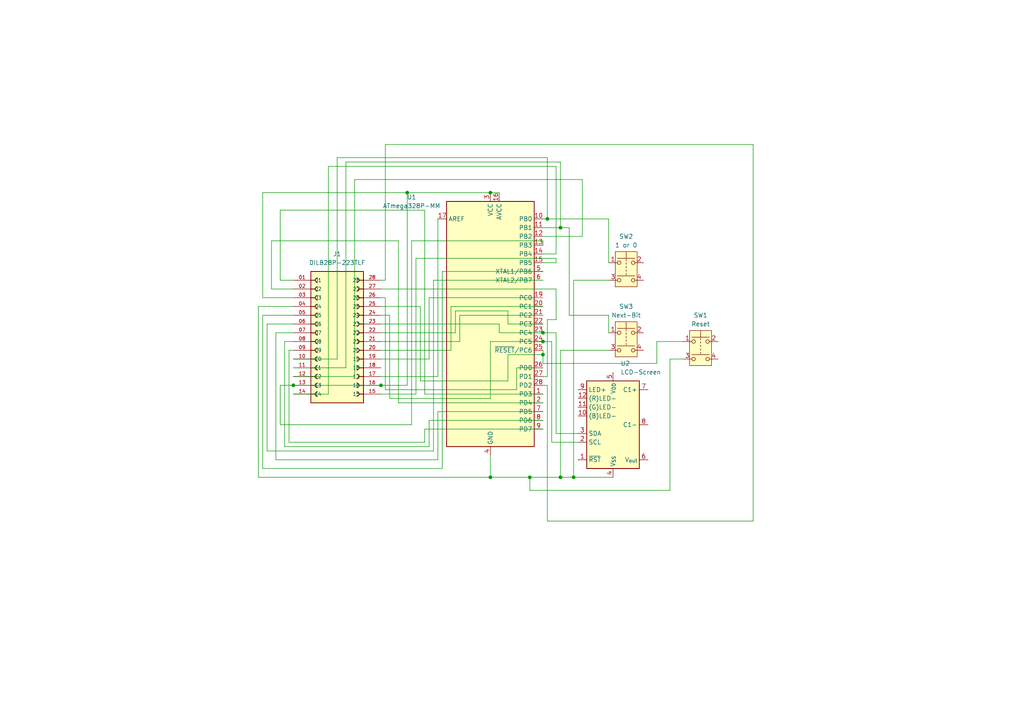
<source format=kicad_sch>
(kicad_sch (version 20231120) (generator "eeschema") (generator_version "8.0")
  (paper "A4")
  (lib_symbols
    (symbol "DILB28P-223TLF:DILB28P-223TLF" (pin_names (offset 1.016))
      (property "Reference" "J" (at -8.12 20.32 0))
      (property "Value" "DILB28P-223TLF" (at -7.62 -20.32 0))
      (symbol "DILB28P-223TLF_0_0"
        (rectangle (start -7.62 -17.78) (end 7.62 20.32) (stroke (width 0.254)) (fill (type background)))
        (arc (start -5.715 -14.605) (mid -6.3472 -15.24) (end -5.715 -15.875) (stroke (width 0.254)))
        (arc (start -5.715 -12.065) (mid -6.3472 -12.7) (end -5.715 -13.335) (stroke (width 0.254)))
        (arc (start -5.715 -9.525) (mid -6.3472 -10.16) (end -5.715 -10.795) (stroke (width 0.254)))
        (arc (start -5.715 -6.985) (mid -6.3472 -7.62) (end -5.715 -8.255) (stroke (width 0.254)))
        (arc (start -5.715 -4.445) (mid -6.3472 -5.08) (end -5.715 -5.715) (stroke (width 0.254)))
        (arc (start -5.715 -1.905) (mid -6.3472 -2.54) (end -5.715 -3.175) (stroke (width 0.254)))
        (arc (start -5.715 0.635) (mid -6.3472 0) (end -5.715 -0.635) (stroke (width 0.254)))
        (arc (start -5.715 3.175) (mid -6.3472 2.54) (end -5.715 1.905) (stroke (width 0.254)))
        (arc (start -5.715 5.715) (mid -6.3472 5.08) (end -5.715 4.445) (stroke (width 0.254)))
        (arc (start -5.715 8.255) (mid -6.3472 7.62) (end -5.715 6.985) (stroke (width 0.254)))
        (arc (start -5.715 10.795) (mid -6.3472 10.16) (end -5.715 9.525) (stroke (width 0.254)))
        (arc (start -5.715 13.335) (mid -6.3472 12.7) (end -5.715 12.065) (stroke (width 0.254)))
        (arc (start -5.715 15.875) (mid -6.3472 15.24) (end -5.715 14.605) (stroke (width 0.254)))
        (arc (start -5.715 18.415) (mid -6.3472 17.78) (end -5.715 17.145) (stroke (width 0.254)))
        (polyline (pts (xy -7.62 -15.24) (xy -6.35 -15.24)) (stroke (width 0.254)))
        (polyline (pts (xy -7.62 -12.7) (xy -6.35 -12.7)) (stroke (width 0.254)))
        (polyline (pts (xy -7.62 -10.16) (xy -6.35 -10.16)) (stroke (width 0.254)))
        (polyline (pts (xy -7.62 -7.62) (xy -6.35 -7.62)) (stroke (width 0.254)))
        (polyline (pts (xy -7.62 -5.08) (xy -6.35 -5.08)) (stroke (width 0.254)))
        (polyline (pts (xy -7.62 -2.54) (xy -6.35 -2.54)) (stroke (width 0.254)))
        (polyline (pts (xy -7.62 0) (xy -6.35 0)) (stroke (width 0.254)))
        (polyline (pts (xy -7.62 2.54) (xy -6.35 2.54)) (stroke (width 0.254)))
        (polyline (pts (xy -7.62 5.08) (xy -6.35 5.08)) (stroke (width 0.254)))
        (polyline (pts (xy -7.62 7.62) (xy -6.35 7.62)) (stroke (width 0.254)))
        (polyline (pts (xy -7.62 10.16) (xy -6.35 10.16)) (stroke (width 0.254)))
        (polyline (pts (xy -7.62 12.7) (xy -6.35 12.7)) (stroke (width 0.254)))
        (polyline (pts (xy -7.62 15.24) (xy -6.35 15.24)) (stroke (width 0.254)))
        (polyline (pts (xy -7.62 17.78) (xy -6.35 17.78)) (stroke (width 0.254)))
        (polyline (pts (xy 7.62 -15.24) (xy 6.35 -15.24)) (stroke (width 0.254)))
        (polyline (pts (xy 7.62 -12.7) (xy 6.35 -12.7)) (stroke (width 0.254)))
        (polyline (pts (xy 7.62 -10.16) (xy 6.35 -10.16)) (stroke (width 0.254)))
        (polyline (pts (xy 7.62 -7.62) (xy 6.35 -7.62)) (stroke (width 0.254)))
        (polyline (pts (xy 7.62 -5.08) (xy 6.35 -5.08)) (stroke (width 0.254)))
        (polyline (pts (xy 7.62 -2.54) (xy 6.35 -2.54)) (stroke (width 0.254)))
        (polyline (pts (xy 7.62 0) (xy 6.35 0)) (stroke (width 0.254)))
        (polyline (pts (xy 7.62 2.54) (xy 6.35 2.54)) (stroke (width 0.254)))
        (polyline (pts (xy 7.62 5.08) (xy 6.35 5.08)) (stroke (width 0.254)))
        (polyline (pts (xy 7.62 7.62) (xy 6.35 7.62)) (stroke (width 0.254)))
        (polyline (pts (xy 7.62 10.16) (xy 6.35 10.16)) (stroke (width 0.254)))
        (polyline (pts (xy 7.62 12.7) (xy 6.35 12.7)) (stroke (width 0.254)))
        (polyline (pts (xy 7.62 15.24) (xy 6.35 15.24)) (stroke (width 0.254)))
        (polyline (pts (xy 7.62 17.78) (xy 6.35 17.78)) (stroke (width 0.254)))
        (arc (start 5.715 -15.875) (mid 6.3472 -15.24) (end 5.715 -14.605) (stroke (width 0.254)))
        (arc (start 5.715 -13.335) (mid 6.3472 -12.7) (end 5.715 -12.065) (stroke (width 0.254)))
        (arc (start 5.715 -10.795) (mid 6.3472 -10.16) (end 5.715 -9.525) (stroke (width 0.254)))
        (arc (start 5.715 -8.255) (mid 6.3472 -7.62) (end 5.715 -6.985) (stroke (width 0.254)))
        (arc (start 5.715 -5.715) (mid 6.3472 -5.08) (end 5.715 -4.445) (stroke (width 0.254)))
        (arc (start 5.715 -3.175) (mid 6.3472 -2.54) (end 5.715 -1.905) (stroke (width 0.254)))
        (arc (start 5.715 -0.635) (mid 6.3472 0) (end 5.715 0.635) (stroke (width 0.254)))
        (arc (start 5.715 1.905) (mid 6.3472 2.54) (end 5.715 3.175) (stroke (width 0.254)))
        (arc (start 5.715 4.445) (mid 6.3472 5.08) (end 5.715 5.715) (stroke (width 0.254)))
        (arc (start 5.715 6.985) (mid 6.3472 7.62) (end 5.715 8.255) (stroke (width 0.254)))
        (arc (start 5.715 9.525) (mid 6.3472 10.16) (end 5.715 10.795) (stroke (width 0.254)))
        (arc (start 5.715 12.065) (mid 6.3472 12.7) (end 5.715 13.335) (stroke (width 0.254)))
        (arc (start 5.715 14.605) (mid 6.3472 15.24) (end 5.715 15.875) (stroke (width 0.254)))
        (arc (start 5.715 17.145) (mid 6.3472 17.78) (end 5.715 18.415) (stroke (width 0.254)))
        (pin passive line (at -12.7 17.78 0) (length 5.08) (name "01") (number "01"))
        (pin passive line (at -12.7 15.24 0) (length 5.08) (name "02") (number "02"))
        (pin passive line (at -12.7 12.7 0) (length 5.08) (name "03") (number "03"))
        (pin passive line (at -12.7 10.16 0) (length 5.08) (name "04") (number "04"))
        (pin passive line (at -12.7 7.62 0) (length 5.08) (name "05") (number "05"))
        (pin passive line (at -12.7 5.08 0) (length 5.08) (name "06") (number "06"))
        (pin passive line (at -12.7 2.54 0) (length 5.08) (name "07") (number "07"))
        (pin passive line (at -12.7 0 0) (length 5.08) (name "08") (number "08"))
        (pin passive line (at -12.7 -2.54 0) (length 5.08) (name "09") (number "09"))
        (pin passive line (at -12.7 -5.08 0) (length 5.08) (name "10") (number "10"))
        (pin passive line (at -12.7 -7.62 0) (length 5.08) (name "11") (number "11"))
        (pin passive line (at -12.7 -10.16 0) (length 5.08) (name "12") (number "12"))
        (pin passive line (at -12.7 -12.7 0) (length 5.08) (name "13") (number "13"))
        (pin passive line (at -12.7 -15.24 0) (length 5.08) (name "14") (number "14"))
        (pin passive line (at 12.7 -15.24 180) (length 5.08) (name "15") (number "15"))
        (pin passive line (at 12.7 -12.7 180) (length 5.08) (name "16") (number "16"))
        (pin passive line (at 12.7 -10.16 180) (length 5.08) (name "17") (number "17"))
        (pin passive line (at 12.7 -7.62 180) (length 5.08) (name "18") (number "18"))
        (pin passive line (at 12.7 -5.08 180) (length 5.08) (name "19") (number "19"))
        (pin passive line (at 12.7 -2.54 180) (length 5.08) (name "20") (number "20"))
        (pin passive line (at 12.7 0 180) (length 5.08) (name "21") (number "21"))
        (pin passive line (at 12.7 2.54 180) (length 5.08) (name "22") (number "22"))
        (pin passive line (at 12.7 5.08 180) (length 5.08) (name "23") (number "23"))
        (pin passive line (at 12.7 7.62 180) (length 5.08) (name "24") (number "24"))
        (pin passive line (at 12.7 10.16 180) (length 5.08) (name "25") (number "25"))
        (pin passive line (at 12.7 12.7 180) (length 5.08) (name "26") (number "26"))
        (pin passive line (at 12.7 15.24 180) (length 5.08) (name "27") (number "27"))
        (pin passive line (at 12.7 17.78 180) (length 5.08) (name "28") (number "28"))
      )
    )
    (symbol "Display_Character:NHD-C0220BIZ-FSRGB"
      (property "Reference" "U" (at -7.62 13.335 0))
      (property "Value" "NHD-C0220BIZ-FSRGB" (at 2.54 -13.97 0))
      (symbol "NHD-C0220BIZ-FSRGB_0_1"
        (rectangle (start -7.62 12.7) (end 7.62 -12.7) (stroke (width 0.254)) (fill (type background)))
      )
      (symbol "NHD-C0220BIZ-FSRGB_1_1"
        (pin input line (at -10.16 -10.16 0) (length 2.54) (name "~{RST}") (number "1"))
        (pin passive line (at -10.16 2.54 0) (length 2.54) (name "(B)LED-") (number "10"))
        (pin passive line (at -10.16 5.08 0) (length 2.54) (name "(G)LED-") (number "11"))
        (pin passive line (at -10.16 7.62 0) (length 2.54) (name "(R)LED-") (number "12"))
        (pin input line (at -10.16 -5.08 0) (length 2.54) (name "SCL") (number "2"))
        (pin bidirectional line (at -10.16 -2.54 0) (length 2.54) (name "SDA") (number "3"))
        (pin power_in line (at 0 -15.24 90) (length 2.54) (name "V_{SS}") (number "4"))
        (pin power_in line (at 0 15.24 270) (length 2.54) (name "V_{DD}") (number "5"))
        (pin passive line (at 10.16 -10.16 180) (length 2.54) (name "V_{out}") (number "6"))
        (pin passive line (at 10.16 10.16 180) (length 2.54) (name "C1+") (number "7"))
        (pin passive line (at 10.16 0 180) (length 2.54) (name "C1-") (number "8"))
        (pin passive line (at -10.16 10.16 0) (length 2.54) (name "LED+") (number "9"))
      )
    )
    (symbol "MCU_Microchip_ATmega:ATmega328P-MM"
      (property "Reference" "U" (at -12.7 36.83 0))
      (property "Value" "ATmega328P-MM" (at 2.54 -36.83 0))
      (symbol "ATmega328P-MM_0_1"
        (rectangle (start -12.7 -35.56) (end 12.7 35.56) (stroke (width 0.254)) (fill (type background)))
      )
      (symbol "ATmega328P-MM_1_1"
        (pin bidirectional line (at 15.24 -20.32 180) (length 2.54) (name "PD3") (number "1"))
        (pin bidirectional line (at 15.24 30.48 180) (length 2.54) (name "PB0") (number "10"))
        (pin bidirectional line (at 15.24 27.94 180) (length 2.54) (name "PB1") (number "11"))
        (pin bidirectional line (at 15.24 25.4 180) (length 2.54) (name "PB2") (number "12"))
        (pin bidirectional line (at 15.24 22.86 180) (length 2.54) (name "PB3") (number "13"))
        (pin bidirectional line (at 15.24 20.32 180) (length 2.54) (name "PB4") (number "14"))
        (pin bidirectional line (at 15.24 17.78 180) (length 2.54) (name "PB5") (number "15"))
        (pin power_in line (at 2.54 38.1 270) (length 2.54) (name "AVCC") (number "16"))
        (pin passive line (at -15.24 30.48 0) (length 2.54) (name "AREF") (number "17"))
        (pin passive line (at 0 -38.1 90) (length 2.54) hide (name "GND") (number "18"))
        (pin bidirectional line (at 15.24 7.62 180) (length 2.54) (name "PC0") (number "19"))
        (pin bidirectional line (at 15.24 -22.86 180) (length 2.54) (name "PD4") (number "2"))
        (pin bidirectional line (at 15.24 5.08 180) (length 2.54) (name "PC1") (number "20"))
        (pin bidirectional line (at 15.24 2.54 180) (length 2.54) (name "PC2") (number "21"))
        (pin bidirectional line (at 15.24 0 180) (length 2.54) (name "PC3") (number "22"))
        (pin bidirectional line (at 15.24 -2.54 180) (length 2.54) (name "PC4") (number "23"))
        (pin bidirectional line (at 15.24 -5.08 180) (length 2.54) (name "PC5") (number "24"))
        (pin bidirectional line (at 15.24 -7.62 180) (length 2.54) (name "~{RESET}/PC6") (number "25"))
        (pin bidirectional line (at 15.24 -12.7 180) (length 2.54) (name "PD0") (number "26"))
        (pin bidirectional line (at 15.24 -15.24 180) (length 2.54) (name "PD1") (number "27"))
        (pin bidirectional line (at 15.24 -17.78 180) (length 2.54) (name "PD2") (number "28"))
        (pin passive line (at 0 -38.1 90) (length 2.54) hide (name "GND") (number "29"))
        (pin power_in line (at 0 38.1 270) (length 2.54) (name "VCC") (number "3"))
        (pin power_in line (at 0 -38.1 90) (length 2.54) (name "GND") (number "4"))
        (pin bidirectional line (at 15.24 15.24 180) (length 2.54) (name "XTAL1/PB6") (number "5"))
        (pin bidirectional line (at 15.24 12.7 180) (length 2.54) (name "XTAL2/PB7") (number "6"))
        (pin bidirectional line (at 15.24 -25.4 180) (length 2.54) (name "PD5") (number "7"))
        (pin bidirectional line (at 15.24 -27.94 180) (length 2.54) (name "PD6") (number "8"))
        (pin bidirectional line (at 15.24 -30.48 180) (length 2.54) (name "PD7") (number "9"))
      )
    )
    (symbol "Switch:SW_Push_Dual" (pin_names (offset 1.016) hide)
      (property "Reference" "SW" (at 0 7.62 0))
      (property "Value" "SW_Push_Dual" (at 0 -6.35 0))
      (symbol "SW_Push_Dual_0_1"
        (circle (center -2.032 -2.54) (radius 0.508))
        (circle (center -2.032 2.54) (radius 0.508))
        (polyline (pts (xy 0 -0.508) (xy 0 -1.016)))
        (polyline (pts (xy 0 0.508) (xy 0 0)))
        (polyline (pts (xy 0 1.016) (xy 0 1.524)))
        (polyline (pts (xy 0 2.032) (xy 0 2.54)))
        (polyline (pts (xy 0 3.048) (xy 0 3.556)))
        (polyline (pts (xy 0 3.81) (xy 0 5.588)))
        (polyline (pts (xy 2.54 -1.27) (xy -2.54 -1.27)))
        (polyline (pts (xy 2.54 3.81) (xy -2.54 3.81)))
        (circle (center 2.032 -2.54) (radius 0.508))
        (circle (center 2.032 2.54) (radius 0.508))
        (pin passive line (at -5.08 2.54 0) (length 2.54) (name "1") (number "1"))
        (pin passive line (at 5.08 2.54 180) (length 2.54) (name "2") (number "2"))
        (pin passive line (at -5.08 -2.54 0) (length 2.54) (name "3") (number "3"))
        (pin passive line (at 5.08 -2.54 180) (length 2.54) (name "4") (number "4"))
      )
      (symbol "SW_Push_Dual_1_1"
        (rectangle (start -3.175 5.715) (end 3.175 -4.445) (fill (type background)))
      )
    )
  )
  (junction (at 162.56 66.04))
  (junction (at 157.48 99.06))
  (junction (at 157.48 96.52))
  (junction (at 157.48 102.87))
  (junction (at 85.09 111.76))
  (junction (at 162.56 138.43))
  (junction (at 153.67 138.43))
  (junction (at 142.24 138.43))
  (junction (at 110.49 111.76))
  (junction (at 158.75 63.5))
  (junction (at 166.37 138.43))
  (junction (at 142.24 55.88))
  (junction (at 118.11 55.88))
  (wire (pts (xy 110.49 83.82) (xy 161.29 83.82)))
  (wire (pts (xy 97.79 45.72) (xy 158.75 45.72)))
  (wire (pts (xy 85.09 114.3) (xy 95.25 114.3)))
  (wire (pts (xy 158.75 111.76) (xy 157.48 111.76)))
  (wire (pts (xy 158.75 45.72) (xy 158.75 63.5)))
  (wire (pts (xy 133.35 99.06) (xy 133.35 91.44)))
  (wire (pts (xy 147.32 110.49) (xy 147.32 102.87)))
  (wire (pts (xy 118.11 111.76) (xy 110.49 111.76)))
  (wire (pts (xy 176.53 101.6) (xy 162.56 101.6)))
  (wire (pts (xy 127 119.38) (xy 127 133.35)))
  (wire (pts (xy 161.29 92.71) (xy 158.75 92.71)))
  (wire (pts (xy 82.55 129.54) (xy 82.55 99.06)))
  (wire (pts (xy 81.28 60.96) (xy 81.28 81.28)))
  (wire (pts (xy 190.5 99.06) (xy 198.12 99.06)))
  (wire (pts (xy 77.47 93.98) (xy 85.09 93.98)))
  (wire (pts (xy 132.08 90.17) (xy 147.32 90.17)))
  (wire (pts (xy 157.48 96.52) (xy 161.29 96.52)))
  (wire (pts (xy 190.5 105.41) (xy 190.5 99.06)))
  (wire (pts (xy 110.49 96.52) (xy 132.08 96.52)))
  (wire (pts (xy 157.48 121.92) (xy 124.46 121.92)))
  (wire (pts (xy 123.19 124.46) (xy 123.19 128.27)))
  (wire (pts (xy 110.49 81.28) (xy 111.76 81.28)))
  (wire (pts (xy 142.24 55.88) (xy 144.78 55.88)))
  (wire (pts (xy 166.37 138.43) (xy 177.8 138.43)))
  (wire (pts (xy 115.57 116.84) (xy 115.57 69.85)))
  (wire (pts (xy 113.03 115.57) (xy 142.24 115.57)))
  (wire (pts (xy 76.2 55.88) (xy 118.11 55.88)))
  (wire (pts (xy 120.65 74.93) (xy 161.29 74.93)))
  (wire (pts (xy 77.47 130.81) (xy 77.47 93.98)))
  (wire (pts (xy 132.08 96.52) (xy 132.08 90.17)))
  (wire (pts (xy 166.37 81.28) (xy 166.37 138.43)))
  (wire (pts (xy 78.74 83.82) (xy 85.09 83.82)))
  (wire (pts (xy 102.87 109.22) (xy 102.87 52.07)))
  (wire (pts (xy 161.29 125.73) (xy 167.64 125.73)))
  (wire (pts (xy 110.49 88.9) (xy 121.92 88.9)))
  (wire (pts (xy 157.48 69.85) (xy 157.48 71.12)))
  (wire (pts (xy 78.74 69.85) (xy 115.57 69.85)))
  (wire (pts (xy 165.1 91.44) (xy 165.1 66.04)))
  (wire (pts (xy 128.27 135.89) (xy 76.2 135.89)))
  (wire (pts (xy 110.49 93.98) (xy 144.78 93.98)))
  (wire (pts (xy 74.93 88.9) (xy 74.93 138.43)))
  (wire (pts (xy 157.48 124.46) (xy 123.19 124.46)))
  (wire (pts (xy 162.56 66.04) (xy 157.48 66.04)))
  (wire (pts (xy 85.09 88.9) (xy 74.93 88.9)))
  (wire (pts (xy 147.32 90.17) (xy 147.32 93.98)))
  (wire (pts (xy 142.24 138.43) (xy 153.67 138.43)))
  (wire (pts (xy 162.56 138.43) (xy 166.37 138.43)))
  (wire (pts (xy 97.79 104.14) (xy 97.79 45.72)))
  (wire (pts (xy 161.29 76.2) (xy 157.48 76.2)))
  (wire (pts (xy 125.73 130.81) (xy 77.47 130.81)))
  (wire (pts (xy 218.44 151.13) (xy 158.75 151.13)))
  (wire (pts (xy 218.44 41.91) (xy 218.44 151.13)))
  (wire (pts (xy 198.12 104.14) (xy 194.31 104.14)))
  (wire (pts (xy 142.24 99.06) (xy 157.48 99.06)))
  (wire (pts (xy 111.76 41.91) (xy 218.44 41.91)))
  (wire (pts (xy 81.28 111.76) (xy 85.09 111.76)))
  (wire (pts (xy 110.49 91.44) (xy 113.03 91.44)))
  (wire (pts (xy 157.48 99.06) (xy 160.02 99.06)))
  (wire (pts (xy 162.56 101.6) (xy 162.56 138.43)))
  (wire (pts (xy 81.28 123.19) (xy 81.28 111.76)))
  (wire (pts (xy 153.67 142.24) (xy 153.67 138.43)))
  (wire (pts (xy 123.19 60.96) (xy 123.19 114.3)))
  (wire (pts (xy 83.82 101.6) (xy 83.82 128.27)))
  (wire (pts (xy 147.32 102.87) (xy 157.48 102.87)))
  (wire (pts (xy 76.2 55.88) (xy 76.2 86.36)))
  (wire (pts (xy 110.49 114.3) (xy 120.65 114.3)))
  (wire (pts (xy 157.48 116.84) (xy 115.57 116.84)))
  (wire (pts (xy 130.81 101.6) (xy 110.49 101.6)))
  (wire (pts (xy 124.46 121.92) (xy 124.46 129.54)))
  (wire (pts (xy 85.09 111.76) (xy 110.49 111.76)))
  (wire (pts (xy 157.48 81.28) (xy 125.73 81.28)))
  (wire (pts (xy 118.11 55.88) (xy 142.24 55.88)))
  (wire (pts (xy 111.76 113.03) (xy 149.86 113.03)))
  (wire (pts (xy 118.11 55.88) (xy 118.11 111.76)))
  (wire (pts (xy 76.2 135.89) (xy 76.2 91.44)))
  (wire (pts (xy 161.29 73.66) (xy 157.48 73.66)))
  (wire (pts (xy 124.46 104.14) (xy 110.49 104.14)))
  (wire (pts (xy 100.33 106.68) (xy 100.33 46.99)))
  (wire (pts (xy 157.48 88.9) (xy 130.81 88.9)))
  (wire (pts (xy 127 133.35) (xy 80.01 133.35)))
  (wire (pts (xy 161.29 48.26) (xy 161.29 73.66)))
  (wire (pts (xy 110.49 109.22) (xy 127 109.22)))
  (wire (pts (xy 149.86 106.68) (xy 157.48 106.68)))
  (wire (pts (xy 110.49 99.06) (xy 133.35 99.06)))
  (wire (pts (xy 123.19 60.96) (xy 81.28 60.96)))
  (wire (pts (xy 85.09 109.22) (xy 102.87 109.22)))
  (wire (pts (xy 111.76 86.36) (xy 111.76 113.03)))
  (wire (pts (xy 102.87 52.07) (xy 168.91 52.07)))
  (wire (pts (xy 142.24 115.57) (xy 142.24 99.06)))
  (wire (pts (xy 124.46 86.36) (xy 124.46 104.14)))
  (wire (pts (xy 100.33 46.99) (xy 162.56 46.99)))
  (wire (pts (xy 85.09 104.14) (xy 97.79 104.14)))
  (wire (pts (xy 123.19 128.27) (xy 83.82 128.27)))
  (wire (pts (xy 133.35 91.44) (xy 157.48 91.44)))
  (wire (pts (xy 82.55 99.06) (xy 85.09 99.06)))
  (wire (pts (xy 121.92 110.49) (xy 147.32 110.49)))
  (wire (pts (xy 124.46 129.54) (xy 82.55 129.54)))
  (wire (pts (xy 128.27 78.74) (xy 128.27 135.89)))
  (wire (pts (xy 120.65 114.3) (xy 120.65 74.93)))
  (wire (pts (xy 176.53 63.5) (xy 176.53 76.2)))
  (wire (pts (xy 157.48 119.38) (xy 127 119.38)))
  (wire (pts (xy 125.73 81.28) (xy 125.73 130.81)))
  (wire (pts (xy 157.48 101.6) (xy 157.48 102.87)))
  (wire (pts (xy 176.53 81.28) (xy 166.37 81.28)))
  (wire (pts (xy 161.29 83.82) (xy 161.29 92.71)))
  (wire (pts (xy 144.78 96.52) (xy 157.48 96.52)))
  (wire (pts (xy 158.75 151.13) (xy 158.75 111.76)))
  (wire (pts (xy 85.09 106.68) (xy 100.33 106.68)))
  (wire (pts (xy 157.48 63.5) (xy 158.75 63.5)))
  (wire (pts (xy 119.38 123.19) (xy 81.28 123.19)))
  (wire (pts (xy 194.31 104.14) (xy 194.31 142.24)))
  (wire (pts (xy 76.2 91.44) (xy 85.09 91.44)))
  (wire (pts (xy 165.1 66.04) (xy 162.56 66.04)))
  (wire (pts (xy 157.48 114.3) (xy 123.19 114.3)))
  (wire (pts (xy 160.02 128.27) (xy 160.02 99.06)))
  (wire (pts (xy 176.53 96.52) (xy 176.53 91.44)))
  (wire (pts (xy 153.67 138.43) (xy 162.56 138.43)))
  (wire (pts (xy 144.78 93.98) (xy 144.78 96.52)))
  (wire (pts (xy 194.31 142.24) (xy 153.67 142.24)))
  (wire (pts (xy 176.53 91.44) (xy 165.1 91.44)))
  (wire (pts (xy 149.86 113.03) (xy 149.86 106.68)))
  (wire (pts (xy 168.91 68.58) (xy 157.48 68.58)))
  (wire (pts (xy 80.01 96.52) (xy 85.09 96.52)))
  (wire (pts (xy 158.75 109.22) (xy 157.48 109.22)))
  (wire (pts (xy 95.25 48.26) (xy 161.29 48.26)))
  (wire (pts (xy 167.64 128.27) (xy 160.02 128.27)))
  (wire (pts (xy 147.32 93.98) (xy 157.48 93.98)))
  (wire (pts (xy 111.76 81.28) (xy 111.76 41.91)))
  (wire (pts (xy 161.29 74.93) (xy 161.29 76.2)))
  (wire (pts (xy 158.75 92.71) (xy 158.75 109.22)))
  (wire (pts (xy 130.81 88.9) (xy 130.81 101.6)))
  (wire (pts (xy 81.28 81.28) (xy 85.09 81.28)))
  (wire (pts (xy 95.25 114.3) (xy 95.25 48.26)))
  (wire (pts (xy 142.24 132.08) (xy 142.24 138.43)))
  (wire (pts (xy 83.82 101.6) (xy 85.09 101.6)))
  (wire (pts (xy 157.48 102.87) (xy 157.48 105.41)))
  (wire (pts (xy 119.38 69.85) (xy 119.38 123.19)))
  (wire (pts (xy 80.01 133.35) (xy 80.01 96.52)))
  (wire (pts (xy 157.48 86.36) (xy 124.46 86.36)))
  (wire (pts (xy 113.03 91.44) (xy 113.03 115.57)))
  (wire (pts (xy 157.48 78.74) (xy 128.27 78.74)))
  (wire (pts (xy 119.38 69.85) (xy 157.48 69.85)))
  (wire (pts (xy 162.56 46.99) (xy 162.56 66.04)))
  (wire (pts (xy 157.48 105.41) (xy 190.5 105.41)))
  (wire (pts (xy 121.92 88.9) (xy 121.92 110.49)))
  (wire (pts (xy 110.49 86.36) (xy 111.76 86.36)))
  (wire (pts (xy 78.74 69.85) (xy 78.74 83.82)))
  (wire (pts (xy 76.2 86.36) (xy 85.09 86.36)))
  (wire (pts (xy 161.29 96.52) (xy 161.29 125.73)))
  (wire (pts (xy 127 63.5) (xy 127 109.22)))
  (wire (pts (xy 158.75 63.5) (xy 176.53 63.5)))
  (wire (pts (xy 74.93 138.43) (xy 142.24 138.43)))
  (wire (pts (xy 168.91 52.07) (xy 168.91 68.58)))
  (symbol (lib_id "Switch:SW_Push_Dual") (at 181.61 78.74 0) (unit 1)
    (property "Reference" "SW2" (at 181.61 68.58 0))
    (property "Value" "1 or 0" (at 181.61 71.12 0))
    (property "Description" "Push button switch, generic, symbol, four pins" (effects (hide yes)))
  )
  (symbol (lib_id "DILB28P-223TLF:DILB28P-223TLF") (at 97.79 99.06 0) (unit 1)
    (property "Reference" "J1" (at 97.79 73.66 0))
    (property "Value" "DILB28P-223TLF" (at 97.79 76.2 0))
    (property "Footprint" "DILB28P-223TLF:AMPHENOL_DILB28P-223TLF" (effects (hide yes)))
    (property "MF" "Amphenol FCI" (effects (hide yes)))
    (property "MAXIMUM_PACKAGE_HEIGHT" "5.25mm" (effects (hide yes)))
    (property "Package" "None" (effects (hide yes)))
    (property "Price" "None" (effects (hide yes)))
    (property "Check_prices" "https://www.snapeda.com/parts/DILB28P-223TLF/Amphenol/view-part/?ref=eda" (effects (hide yes)))
    (property "STANDARD" "Manufacturer Recommendations" (effects (hide yes)))
    (property "PARTREV" "F" (effects (hide yes)))
    (property "SnapEDA_Link" "https://www.snapeda.com/parts/DILB28P-223TLF/Amphenol/view-part/?ref=snap" (effects (hide yes)))
    (property "MP" "DILB28P-223TLF" (effects (hide yes)))
    (property "Description_1" "\n                        \n                            Socket DIP Dual 28Pos 2.54mmPitch ThruHole CopperCnt TinPlating | Amphenol FCI (Amphenol CS) DILB28P-223TLF\n                        \n" (effects (hide yes)))
    (property "MANUFACTURER" "Amphenol" (effects (hide yes)))
    (property "Availability" "In Stock" (effects (hide yes)))
    (property "SNAPEDA_PN" "DILB28P-223TLF" (effects (hide yes)))
  )
  (symbol (lib_id "Switch:SW_Push_Dual") (at 203.2 101.6 0) (unit 1)
    (property "Reference" "SW1" (at 203.2 91.44 0))
    (property "Value" "Reset" (at 203.2 93.98 0))
    (property "Description" "Push button switch, generic, symbol, four pins" (effects (hide yes)))
  )
  (symbol (lib_id "Switch:SW_Push_Dual") (at 181.61 99.06 0) (unit 1)
    (property "Reference" "SW3" (at 181.61 88.9 0))
    (property "Value" "Next-Bit" (at 181.61 91.44 0))
    (property "Description" "Push button switch, generic, symbol, four pins" (effects (hide yes)))
  )
  (symbol (lib_id "MCU_Microchip_ATmega:ATmega328P-MM") (at 142.24 93.98 0) (unit 1)
    (property "Reference" "U1" (at 119.38 57.1814 0))
    (property "Value" "ATmega328P-MM" (at 119.38 59.7214 0))
    (property "Footprint" "Package_DFN_QFN:QFN-28-1EP_4x4mm_P0.45mm_EP2.4x2.4mm" (effects (hide yes)))
    (property "Datasheet" "http://ww1.microchip.com/downloads/en/DeviceDoc/ATmega328_P%20AVR%20MCU%20with%20picoPower%20Technology%20Data%20Sheet%2040001984A.pdf" (effects (hide yes)))
    (property "Description" "20MHz, 32kB Flash, 2kB SRAM, 1kB EEPROM, QFN-28" (effects (hide yes)))
  )
  (symbol (lib_id "Display_Character:NHD-C0220BIZ-FSRGB") (at 177.8 123.19 0) (unit 1)
    (property "Reference" "U2" (at 179.9941 105.41 0) (effects (justify left)))
    (property "Value" "LCD-Screen" (at 179.9941 107.95 0) (effects (justify left)))
    (property "Footprint" "Display:NHD-C0220BiZ-FSRGB" (effects (hide yes)))
    (property "Datasheet" "https://newhavendisplay.com/content/specs/NHD-C0220BiZ-FSRGB-FBW-3VM.pdf" (effects (hide yes)))
    (property "Description" "2x20 character LCD module with common anode RGB backlight, I2C, 3.3V" (effects (hide yes)))
  )
)
</source>
